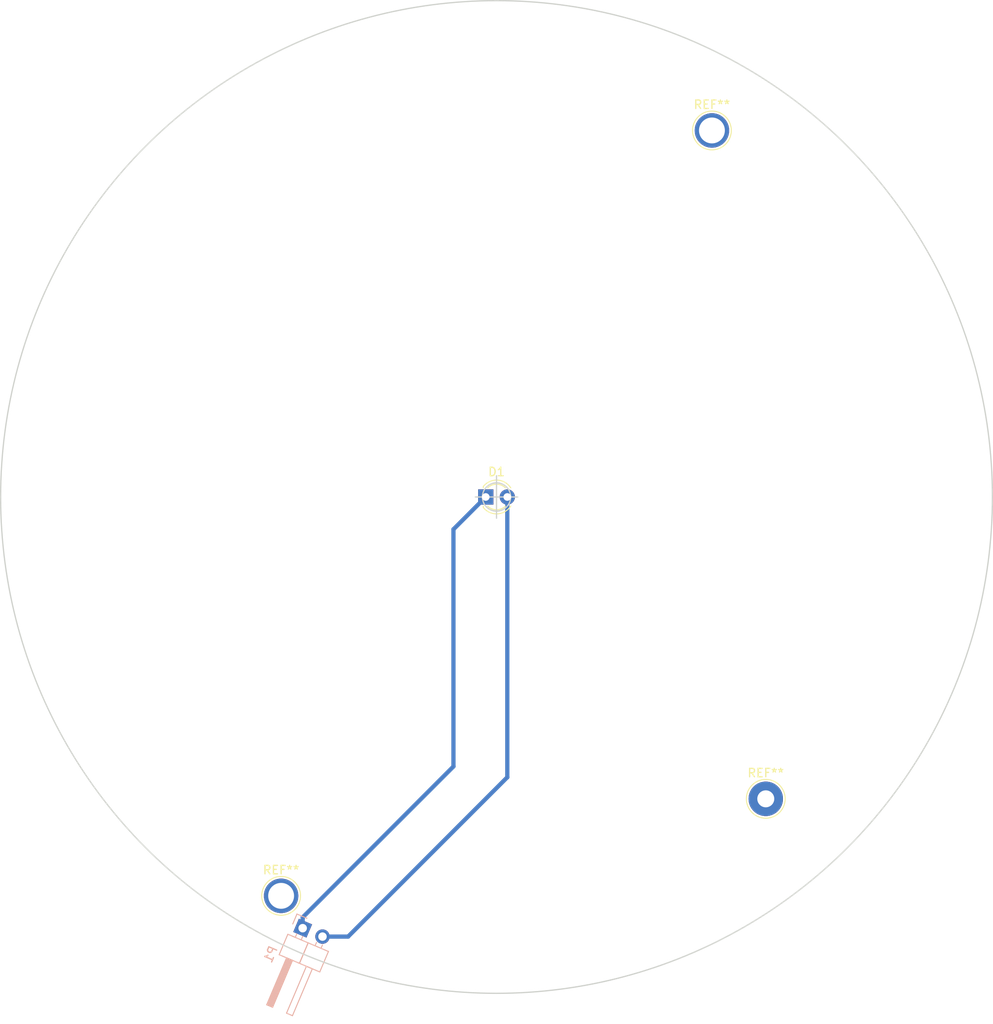
<source format=kicad_pcb>
(kicad_pcb (version 4) (host pcbnew 4.0.2-stable)

  (general
    (links 2)
    (no_connects 0)
    (area 83.689808 48.129808 200.790192 168.977932)
    (thickness 1.6)
    (drawings 2)
    (tracks 7)
    (zones 0)
    (modules 5)
    (nets 3)
  )

  (page A4)
  (layers
    (0 F.Cu signal)
    (31 B.Cu signal)
    (32 B.Adhes user)
    (33 F.Adhes user)
    (34 B.Paste user)
    (35 F.Paste user)
    (36 B.SilkS user)
    (37 F.SilkS user)
    (38 B.Mask user)
    (39 F.Mask user)
    (40 Dwgs.User user)
    (41 Cmts.User user)
    (42 Eco1.User user)
    (43 Eco2.User user)
    (44 Edge.Cuts user)
    (45 Margin user)
    (46 B.CrtYd user)
    (47 F.CrtYd user)
    (48 B.Fab user)
    (49 F.Fab user)
  )

  (setup
    (last_trace_width 0.5)
    (trace_clearance 0.2)
    (zone_clearance 0.508)
    (zone_45_only no)
    (trace_min 0.2)
    (segment_width 0.2)
    (edge_width 0.15)
    (via_size 0.6)
    (via_drill 0.4)
    (via_min_size 0.4)
    (via_min_drill 0.3)
    (uvia_size 0.3)
    (uvia_drill 0.1)
    (uvias_allowed no)
    (uvia_min_size 0.2)
    (uvia_min_drill 0.1)
    (pcb_text_width 0.3)
    (pcb_text_size 1.5 1.5)
    (mod_edge_width 0.15)
    (mod_text_size 1 1)
    (mod_text_width 0.15)
    (pad_size 4.064 4.064)
    (pad_drill 2)
    (pad_to_mask_clearance 0.2)
    (aux_axis_origin 0 0)
    (visible_elements 7FFFFFFF)
    (pcbplotparams
      (layerselection 0x01000_80000001)
      (usegerberextensions false)
      (excludeedgelayer true)
      (linewidth 0.100000)
      (plotframeref false)
      (viasonmask false)
      (mode 1)
      (useauxorigin false)
      (hpglpennumber 1)
      (hpglpenspeed 20)
      (hpglpendiameter 15)
      (hpglpenoverlay 2)
      (psnegative false)
      (psa4output false)
      (plotreference true)
      (plotvalue true)
      (plotinvisibletext false)
      (padsonsilk false)
      (subtractmaskfromsilk false)
      (outputformat 1)
      (mirror false)
      (drillshape 0)
      (scaleselection 1)
      (outputdirectory Gerbers/))
  )

  (net 0 "")
  (net 1 "Net-(D1-Pad1)")
  (net 2 "Net-(D1-Pad2)")

  (net_class Default "This is the default net class."
    (clearance 0.2)
    (trace_width 0.5)
    (via_dia 0.6)
    (via_drill 0.4)
    (uvia_dia 0.3)
    (uvia_drill 0.1)
    (add_net "Net-(D1-Pad1)")
    (add_net "Net-(D1-Pad2)")
  )

  (module Connect:1pin (layer F.Cu) (tedit 596F667A) (tstamp 596F68C8)
    (at 173.99 142.24)
    (descr "module 1 pin (ou trou mecanique de percage)")
    (tags DEV)
    (fp_text reference REF** (at 0 -3.048) (layer F.SilkS)
      (effects (font (size 1 1) (thickness 0.15)))
    )
    (fp_text value 1pin (at 0 3) (layer F.Fab)
      (effects (font (size 1 1) (thickness 0.15)))
    )
    (fp_circle (center 0 0) (end 2 0.8) (layer F.Fab) (width 0.1))
    (fp_circle (center 0 0) (end 2.6 0) (layer F.CrtYd) (width 0.05))
    (fp_circle (center 0 0) (end 0 -2.286) (layer F.SilkS) (width 0.12))
    (pad 1 thru_hole circle (at 0 0) (size 4.064 4.064) (drill 2) (layers *.Cu *.Mask))
  )

  (module LEDs:LED_D3.0mm (layer F.Cu) (tedit 587A3A7B) (tstamp 5942F68E)
    (at 140.97 106.68)
    (descr "LED, diameter 3.0mm, 2 pins")
    (tags "LED diameter 3.0mm 2 pins")
    (path /5942F5A8)
    (fp_text reference D1 (at 1.27 -2.96) (layer F.SilkS)
      (effects (font (size 1 1) (thickness 0.15)))
    )
    (fp_text value LED (at 1.27 2.96) (layer F.Fab)
      (effects (font (size 1 1) (thickness 0.15)))
    )
    (fp_arc (start 1.27 0) (end -0.23 -1.16619) (angle 284.3) (layer F.Fab) (width 0.1))
    (fp_arc (start 1.27 0) (end -0.29 -1.235516) (angle 108.8) (layer F.SilkS) (width 0.12))
    (fp_arc (start 1.27 0) (end -0.29 1.235516) (angle -108.8) (layer F.SilkS) (width 0.12))
    (fp_arc (start 1.27 0) (end 0.229039 -1.08) (angle 87.9) (layer F.SilkS) (width 0.12))
    (fp_arc (start 1.27 0) (end 0.229039 1.08) (angle -87.9) (layer F.SilkS) (width 0.12))
    (fp_circle (center 1.27 0) (end 2.77 0) (layer F.Fab) (width 0.1))
    (fp_line (start -0.23 -1.16619) (end -0.23 1.16619) (layer F.Fab) (width 0.1))
    (fp_line (start -0.29 -1.236) (end -0.29 -1.08) (layer F.SilkS) (width 0.12))
    (fp_line (start -0.29 1.08) (end -0.29 1.236) (layer F.SilkS) (width 0.12))
    (fp_line (start -1.15 -2.25) (end -1.15 2.25) (layer F.CrtYd) (width 0.05))
    (fp_line (start -1.15 2.25) (end 3.7 2.25) (layer F.CrtYd) (width 0.05))
    (fp_line (start 3.7 2.25) (end 3.7 -2.25) (layer F.CrtYd) (width 0.05))
    (fp_line (start 3.7 -2.25) (end -1.15 -2.25) (layer F.CrtYd) (width 0.05))
    (pad 1 thru_hole rect (at 0 0) (size 1.8 1.8) (drill 0.9) (layers *.Cu *.Mask)
      (net 1 "Net-(D1-Pad1)"))
    (pad 2 thru_hole circle (at 2.54 0) (size 1.8 1.8) (drill 0.9) (layers *.Cu *.Mask)
      (net 2 "Net-(D1-Pad2)"))
    (model LEDs.3dshapes/LED_D3.0mm.wrl
      (at (xyz 0 0 0))
      (scale (xyz 0.393701 0.393701 0.393701))
      (rotate (xyz 0 0 0))
    )
  )

  (module Pin_Headers:Pin_Header_Angled_1x02_Pitch2.54mm (layer B.Cu) (tedit 58CD4EC1) (tstamp 5942F694)
    (at 119.38 157.48 247)
    (descr "Through hole angled pin header, 1x02, 2.54mm pitch, 6mm pin length, single row")
    (tags "Through hole angled pin header THT 1x02 2.54mm single row")
    (path /5942F620)
    (fp_text reference P1 (at 4.315 2.27 247) (layer B.SilkS)
      (effects (font (size 1 1) (thickness 0.15)) (justify mirror))
    )
    (fp_text value CONN_01X02 (at 4.315 -4.81 247) (layer B.Fab)
      (effects (font (size 1 1) (thickness 0.15)) (justify mirror))
    )
    (fp_line (start 1.4 1.27) (end 1.4 -1.27) (layer B.Fab) (width 0.1))
    (fp_line (start 1.4 -1.27) (end 3.9 -1.27) (layer B.Fab) (width 0.1))
    (fp_line (start 3.9 -1.27) (end 3.9 1.27) (layer B.Fab) (width 0.1))
    (fp_line (start 3.9 1.27) (end 1.4 1.27) (layer B.Fab) (width 0.1))
    (fp_line (start 0 0.32) (end 0 -0.32) (layer B.Fab) (width 0.1))
    (fp_line (start 0 -0.32) (end 9.9 -0.32) (layer B.Fab) (width 0.1))
    (fp_line (start 9.9 -0.32) (end 9.9 0.32) (layer B.Fab) (width 0.1))
    (fp_line (start 9.9 0.32) (end 0 0.32) (layer B.Fab) (width 0.1))
    (fp_line (start 1.4 -1.27) (end 1.4 -3.81) (layer B.Fab) (width 0.1))
    (fp_line (start 1.4 -3.81) (end 3.9 -3.81) (layer B.Fab) (width 0.1))
    (fp_line (start 3.9 -3.81) (end 3.9 -1.27) (layer B.Fab) (width 0.1))
    (fp_line (start 3.9 -1.27) (end 1.4 -1.27) (layer B.Fab) (width 0.1))
    (fp_line (start 0 -2.22) (end 0 -2.86) (layer B.Fab) (width 0.1))
    (fp_line (start 0 -2.86) (end 9.9 -2.86) (layer B.Fab) (width 0.1))
    (fp_line (start 9.9 -2.86) (end 9.9 -2.22) (layer B.Fab) (width 0.1))
    (fp_line (start 9.9 -2.22) (end 0 -2.22) (layer B.Fab) (width 0.1))
    (fp_line (start 1.34 1.33) (end 1.34 -1.27) (layer B.SilkS) (width 0.12))
    (fp_line (start 1.34 -1.27) (end 3.96 -1.27) (layer B.SilkS) (width 0.12))
    (fp_line (start 3.96 -1.27) (end 3.96 1.33) (layer B.SilkS) (width 0.12))
    (fp_line (start 3.96 1.33) (end 1.34 1.33) (layer B.SilkS) (width 0.12))
    (fp_line (start 3.96 0.38) (end 3.96 -0.38) (layer B.SilkS) (width 0.12))
    (fp_line (start 3.96 -0.38) (end 9.96 -0.38) (layer B.SilkS) (width 0.12))
    (fp_line (start 9.96 -0.38) (end 9.96 0.38) (layer B.SilkS) (width 0.12))
    (fp_line (start 9.96 0.38) (end 3.96 0.38) (layer B.SilkS) (width 0.12))
    (fp_line (start 0.91 0.38) (end 1.34 0.38) (layer B.SilkS) (width 0.12))
    (fp_line (start 0.91 -0.38) (end 1.34 -0.38) (layer B.SilkS) (width 0.12))
    (fp_line (start 3.96 0.26) (end 9.96 0.26) (layer B.SilkS) (width 0.12))
    (fp_line (start 3.96 0.14) (end 9.96 0.14) (layer B.SilkS) (width 0.12))
    (fp_line (start 3.96 0.02) (end 9.96 0.02) (layer B.SilkS) (width 0.12))
    (fp_line (start 3.96 -0.1) (end 9.96 -0.1) (layer B.SilkS) (width 0.12))
    (fp_line (start 3.96 -0.22) (end 9.96 -0.22) (layer B.SilkS) (width 0.12))
    (fp_line (start 3.96 -0.34) (end 9.96 -0.34) (layer B.SilkS) (width 0.12))
    (fp_line (start 1.34 -1.27) (end 1.34 -3.87) (layer B.SilkS) (width 0.12))
    (fp_line (start 1.34 -3.87) (end 3.96 -3.87) (layer B.SilkS) (width 0.12))
    (fp_line (start 3.96 -3.87) (end 3.96 -1.27) (layer B.SilkS) (width 0.12))
    (fp_line (start 3.96 -1.27) (end 1.34 -1.27) (layer B.SilkS) (width 0.12))
    (fp_line (start 3.96 -2.16) (end 3.96 -2.92) (layer B.SilkS) (width 0.12))
    (fp_line (start 3.96 -2.92) (end 9.96 -2.92) (layer B.SilkS) (width 0.12))
    (fp_line (start 9.96 -2.92) (end 9.96 -2.16) (layer B.SilkS) (width 0.12))
    (fp_line (start 9.96 -2.16) (end 3.96 -2.16) (layer B.SilkS) (width 0.12))
    (fp_line (start 0.91 -2.16) (end 1.34 -2.16) (layer B.SilkS) (width 0.12))
    (fp_line (start 0.91 -2.92) (end 1.34 -2.92) (layer B.SilkS) (width 0.12))
    (fp_line (start -1.27 0) (end -1.27 1.27) (layer B.SilkS) (width 0.12))
    (fp_line (start -1.27 1.27) (end 0 1.27) (layer B.SilkS) (width 0.12))
    (fp_line (start -1.8 1.8) (end -1.8 -4.35) (layer B.CrtYd) (width 0.05))
    (fp_line (start -1.8 -4.35) (end 10.4 -4.35) (layer B.CrtYd) (width 0.05))
    (fp_line (start 10.4 -4.35) (end 10.4 1.8) (layer B.CrtYd) (width 0.05))
    (fp_line (start 10.4 1.8) (end -1.8 1.8) (layer B.CrtYd) (width 0.05))
    (fp_text user %R (at 4.315 2.27 247) (layer B.Fab)
      (effects (font (size 1 1) (thickness 0.15)) (justify mirror))
    )
    (pad 1 thru_hole rect (at 0 0 247) (size 1.7 1.7) (drill 1) (layers *.Cu *.Mask)
      (net 1 "Net-(D1-Pad1)"))
    (pad 2 thru_hole oval (at 0 -2.54 247) (size 1.7 1.7) (drill 1) (layers *.Cu *.Mask)
      (net 2 "Net-(D1-Pad2)"))
    (model ${KISYS3DMOD}/Pin_Headers.3dshapes/Pin_Header_Angled_1x02_Pitch2.54mm.wrl
      (at (xyz 0 -0.05 0))
      (scale (xyz 1 1 1))
      (rotate (xyz 0 0 90))
    )
  )

  (module Connect:1pin (layer F.Cu) (tedit 5861332C) (tstamp 5942F715)
    (at 116.84 153.67)
    (descr "module 1 pin (ou trou mecanique de percage)")
    (tags DEV)
    (fp_text reference REF** (at 0 -3.048) (layer F.SilkS)
      (effects (font (size 1 1) (thickness 0.15)))
    )
    (fp_text value 1pin (at 0 3) (layer F.Fab)
      (effects (font (size 1 1) (thickness 0.15)))
    )
    (fp_circle (center 0 0) (end 2 0.8) (layer F.Fab) (width 0.1))
    (fp_circle (center 0 0) (end 2.6 0) (layer F.CrtYd) (width 0.05))
    (fp_circle (center 0 0) (end 0 -2.286) (layer F.SilkS) (width 0.12))
    (pad 1 thru_hole circle (at 0 0) (size 4.064 4.064) (drill 3.048) (layers *.Cu *.Mask))
  )

  (module Connect:1pin (layer F.Cu) (tedit 5861332C) (tstamp 5942F71D)
    (at 167.64 63.5)
    (descr "module 1 pin (ou trou mecanique de percage)")
    (tags DEV)
    (fp_text reference REF** (at 0 -3.048) (layer F.SilkS)
      (effects (font (size 1 1) (thickness 0.15)))
    )
    (fp_text value 1pin (at 0 3) (layer F.Fab)
      (effects (font (size 1 1) (thickness 0.15)))
    )
    (fp_circle (center 0 0) (end 2 0.8) (layer F.Fab) (width 0.1))
    (fp_circle (center 0 0) (end 2.6 0) (layer F.CrtYd) (width 0.05))
    (fp_circle (center 0 0) (end 0 -2.286) (layer F.SilkS) (width 0.12))
    (pad 1 thru_hole circle (at 0 0) (size 4.064 4.064) (drill 3.048) (layers *.Cu *.Mask))
  )

  (gr_circle (center 142.24 106.68) (end 190.5 139.7) (layer Edge.Cuts) (width 0.15))
  (target plus (at 142.24 106.68) (size 5) (width 0.15) (layer Edge.Cuts))

  (segment (start 119.38 157.48) (end 119.38 156.21) (width 0.5) (layer B.Cu) (net 1))
  (segment (start 137.16 110.49) (end 140.97 106.68) (width 0.5) (layer B.Cu) (net 1) (tstamp 596F68BA))
  (segment (start 137.16 138.43) (end 137.16 110.49) (width 0.5) (layer B.Cu) (net 1) (tstamp 596F68B8))
  (segment (start 119.38 156.21) (end 137.16 138.43) (width 0.5) (layer B.Cu) (net 1) (tstamp 596F68B7))
  (segment (start 121.718082 158.472457) (end 124.737543 158.472457) (width 0.5) (layer B.Cu) (net 2))
  (segment (start 143.51 139.7) (end 143.51 106.68) (width 0.5) (layer B.Cu) (net 2) (tstamp 596F68C0))
  (segment (start 124.737543 158.472457) (end 143.51 139.7) (width 0.5) (layer B.Cu) (net 2) (tstamp 596F68BE))

)

</source>
